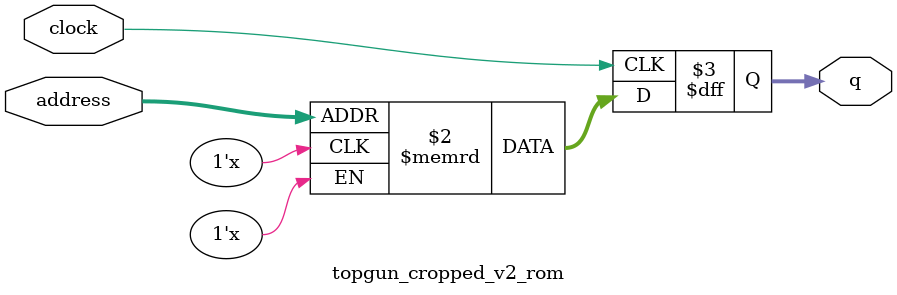
<source format=sv>
module topgun_cropped_v2_rom (
	input logic clock,
	input logic [17:0] address,
	output logic [3:0] q
);

logic [3:0] memory [0:135679] /* synthesis ram_init_file = "./topgun_cropped_v2/topgun_cropped_v2.COE" */;

always_ff @ (posedge clock) begin
	q <= memory[address];
end

endmodule

</source>
